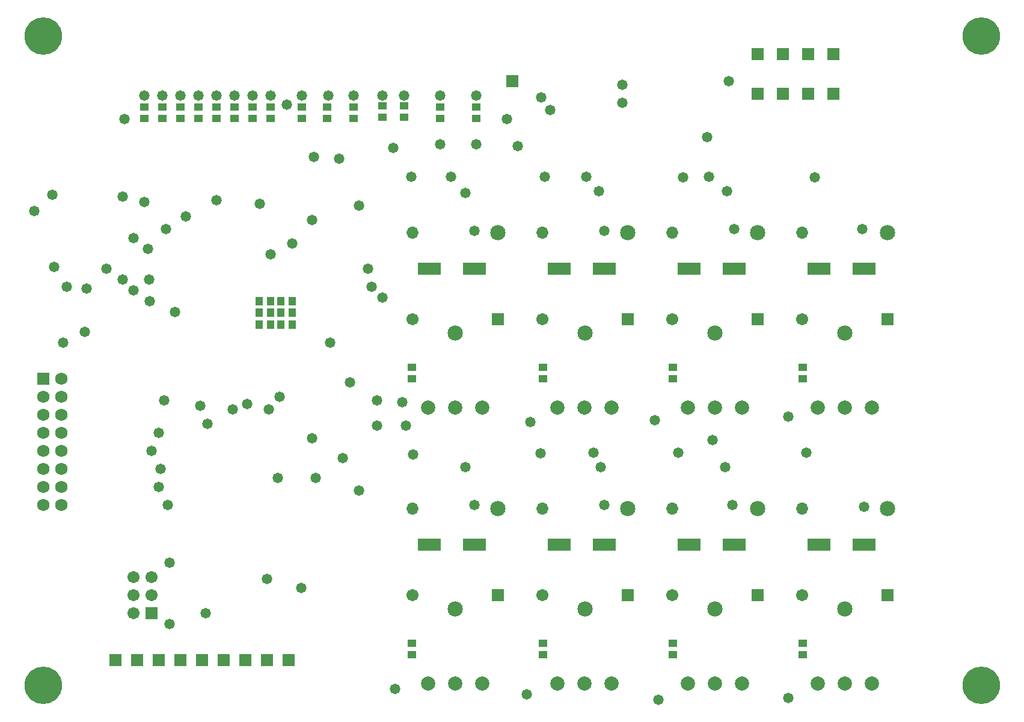
<source format=gbs>
G04*
G04 #@! TF.GenerationSoftware,Altium Limited,Altium Designer,22.3.1 (43)*
G04*
G04 Layer_Color=16711935*
%FSLAX25Y25*%
%MOIN*%
G70*
G04*
G04 #@! TF.SameCoordinates,DE08D283-0CB9-458E-8042-9F6044BD937B*
G04*
G04*
G04 #@! TF.FilePolarity,Negative*
G04*
G01*
G75*
%ADD24R,0.04540X0.03950*%
%ADD25R,0.03950X0.04540*%
%ADD32C,0.08477*%
%ADD33C,0.06706*%
%ADD34R,0.06706X0.06706*%
%ADD35O,0.06706X0.06706*%
%ADD36C,0.07887*%
%ADD37C,0.06800*%
%ADD38R,0.06800X0.06800*%
%ADD39C,0.20800*%
%ADD40R,0.06706X0.06706*%
%ADD41C,0.05800*%
%ADD64R,0.12800X0.06800*%
D24*
X260000Y334350D02*
D03*
Y340650D02*
D03*
X240000Y334350D02*
D03*
Y340650D02*
D03*
X208000Y341150D02*
D03*
Y334850D02*
D03*
X220000Y341150D02*
D03*
Y334850D02*
D03*
X163500Y340650D02*
D03*
Y334350D02*
D03*
X177500Y340650D02*
D03*
Y334350D02*
D03*
X192000Y340650D02*
D03*
Y334350D02*
D03*
X116000Y340650D02*
D03*
Y334350D02*
D03*
X86000Y340650D02*
D03*
Y334350D02*
D03*
X76000Y340650D02*
D03*
Y334350D02*
D03*
X96000Y340650D02*
D03*
Y334350D02*
D03*
X106000Y340650D02*
D03*
Y334350D02*
D03*
X126000Y340650D02*
D03*
Y334350D02*
D03*
X136000Y340650D02*
D03*
Y334350D02*
D03*
X146000Y340650D02*
D03*
Y334350D02*
D03*
X224500Y196150D02*
D03*
Y189850D02*
D03*
X297000Y196150D02*
D03*
Y189850D02*
D03*
X369000Y196150D02*
D03*
Y189850D02*
D03*
X441000Y196150D02*
D03*
Y189850D02*
D03*
X369000Y43150D02*
D03*
Y36850D02*
D03*
X224500Y43150D02*
D03*
Y36850D02*
D03*
X297000Y43150D02*
D03*
Y36850D02*
D03*
X441000Y43150D02*
D03*
Y36850D02*
D03*
D25*
X146150Y220000D02*
D03*
X139850D02*
D03*
X151850Y226500D02*
D03*
X158150D02*
D03*
X146150D02*
D03*
X139850D02*
D03*
X151850Y220000D02*
D03*
X158150D02*
D03*
X146150Y233000D02*
D03*
X139850D02*
D03*
X151850D02*
D03*
X158150D02*
D03*
D32*
X248378Y215126D02*
D03*
X272000Y271031D02*
D03*
X344000D02*
D03*
X320378Y215126D02*
D03*
X392378D02*
D03*
X416000Y271031D02*
D03*
X488000D02*
D03*
X464378Y215126D02*
D03*
X248378Y62126D02*
D03*
X272000Y118032D02*
D03*
X344000D02*
D03*
X320378Y62126D02*
D03*
X392378D02*
D03*
X416000Y118032D02*
D03*
X488000D02*
D03*
X464378Y62126D02*
D03*
D33*
X224756Y223000D02*
D03*
X296756D02*
D03*
X368756D02*
D03*
X440756D02*
D03*
X224756Y70000D02*
D03*
X296756D02*
D03*
X368756D02*
D03*
X440756D02*
D03*
X70000Y80000D02*
D03*
X80000D02*
D03*
X70000Y70000D02*
D03*
X80000D02*
D03*
X70000Y60000D02*
D03*
D34*
X272000Y223000D02*
D03*
X344000D02*
D03*
X416000D02*
D03*
X488000D02*
D03*
X272000Y70000D02*
D03*
X344000D02*
D03*
X416000D02*
D03*
X488000D02*
D03*
X80000Y60000D02*
D03*
D35*
X224756Y271031D02*
D03*
X296756D02*
D03*
X368756D02*
D03*
X440756D02*
D03*
X224756Y118032D02*
D03*
X296756D02*
D03*
X368756D02*
D03*
X440756D02*
D03*
D36*
X263500Y21000D02*
D03*
X248500D02*
D03*
X233500D02*
D03*
X263500Y174000D02*
D03*
X248500D02*
D03*
X233500D02*
D03*
X335000Y21000D02*
D03*
X320000D02*
D03*
X305000D02*
D03*
X335000Y174000D02*
D03*
X320000D02*
D03*
X305000D02*
D03*
X407500Y21000D02*
D03*
X392500D02*
D03*
X377500D02*
D03*
X407500Y174000D02*
D03*
X392500D02*
D03*
X377500D02*
D03*
X479500Y21000D02*
D03*
X464500D02*
D03*
X449500D02*
D03*
X479500Y174000D02*
D03*
X464500D02*
D03*
X449500D02*
D03*
D37*
X30000Y120000D02*
D03*
Y130000D02*
D03*
Y140000D02*
D03*
Y150000D02*
D03*
Y160000D02*
D03*
Y170000D02*
D03*
Y180000D02*
D03*
X20000Y120000D02*
D03*
Y130000D02*
D03*
Y140000D02*
D03*
Y150000D02*
D03*
Y160000D02*
D03*
Y170000D02*
D03*
X30000Y190000D02*
D03*
X20000Y180000D02*
D03*
D38*
Y190000D02*
D03*
D39*
X540000Y20000D02*
D03*
Y380000D02*
D03*
X20000D02*
D03*
Y20000D02*
D03*
D40*
X430000Y370000D02*
D03*
X416000D02*
D03*
X458000D02*
D03*
X444000D02*
D03*
X430000Y348000D02*
D03*
X416000D02*
D03*
X458000D02*
D03*
X444000D02*
D03*
X72000Y34000D02*
D03*
X60000D02*
D03*
X280000Y355000D02*
D03*
X84000Y34000D02*
D03*
X96000D02*
D03*
X120000D02*
D03*
X108000D02*
D03*
X144000D02*
D03*
X132000D02*
D03*
X156000D02*
D03*
D41*
X205000Y178000D02*
D03*
X433000Y13000D02*
D03*
X361000Y12000D02*
D03*
X288000Y15000D02*
D03*
X215000Y18000D02*
D03*
X433000Y169000D02*
D03*
X359000Y167000D02*
D03*
X290000Y166000D02*
D03*
X219000Y177000D02*
D03*
X25000Y292000D02*
D03*
X90000Y54000D02*
D03*
Y88000D02*
D03*
X107000Y175000D02*
D03*
X87000Y178000D02*
D03*
X43000Y216000D02*
D03*
X44000Y240000D02*
D03*
X31000Y210000D02*
D03*
X33000Y241000D02*
D03*
X15000Y283000D02*
D03*
X140000Y287000D02*
D03*
X296000Y346000D02*
D03*
X301000Y339000D02*
D03*
X214000Y318000D02*
D03*
X283000Y319000D02*
D03*
X145000Y173000D02*
D03*
X170000Y313000D02*
D03*
X190000Y188000D02*
D03*
X150000Y135000D02*
D03*
X171000D02*
D03*
X205000Y164000D02*
D03*
X221000D02*
D03*
X325000Y149000D02*
D03*
X186000Y146000D02*
D03*
X391000Y156000D02*
D03*
X169000Y157000D02*
D03*
X151000Y180000D02*
D03*
X184000Y312000D02*
D03*
X111000Y165000D02*
D03*
X116000Y289000D02*
D03*
X125000Y173000D02*
D03*
X110000Y60000D02*
D03*
X169000Y278000D02*
D03*
X224000Y302000D02*
D03*
X200000Y251000D02*
D03*
X246000Y301760D02*
D03*
X202000Y241000D02*
D03*
X321000Y302000D02*
D03*
X208000Y235000D02*
D03*
X389000Y302000D02*
D03*
X55000Y251000D02*
D03*
X84000Y160000D02*
D03*
X64000Y245000D02*
D03*
X80000Y150000D02*
D03*
X85000Y140000D02*
D03*
X84000Y130000D02*
D03*
X89000Y120000D02*
D03*
X163000Y74000D02*
D03*
X133000Y176000D02*
D03*
X144000Y79000D02*
D03*
X76000Y288000D02*
D03*
X93000Y227000D02*
D03*
X99000Y280000D02*
D03*
X88000Y273000D02*
D03*
X79000Y233000D02*
D03*
X70000Y268000D02*
D03*
Y239000D02*
D03*
X78586Y245000D02*
D03*
X78000Y262000D02*
D03*
X26000Y252000D02*
D03*
X64000Y291000D02*
D03*
X443000Y149000D02*
D03*
X372000D02*
D03*
X295650Y148650D02*
D03*
X225000Y148000D02*
D03*
X388000Y324000D02*
D03*
X400000Y355000D02*
D03*
X341000Y353000D02*
D03*
Y343000D02*
D03*
X447650Y301650D02*
D03*
X374650D02*
D03*
X298000Y302000D02*
D03*
X277000Y334000D02*
D03*
X65000D02*
D03*
X155000Y342000D02*
D03*
X240000Y320000D02*
D03*
X260000D02*
D03*
Y347000D02*
D03*
X240000D02*
D03*
X220000D02*
D03*
X208000D02*
D03*
X192000D02*
D03*
X178000D02*
D03*
X163500D02*
D03*
X399000Y294000D02*
D03*
X398000Y141000D02*
D03*
X329000D02*
D03*
X254000D02*
D03*
X195000Y128000D02*
D03*
Y286000D02*
D03*
X328000Y294000D02*
D03*
X254000Y293000D02*
D03*
X158000Y265000D02*
D03*
X146000Y259000D02*
D03*
X179000Y210000D02*
D03*
X146000Y347000D02*
D03*
X136000D02*
D03*
X126000D02*
D03*
X116000D02*
D03*
X106000D02*
D03*
X96000D02*
D03*
X86000D02*
D03*
X76000D02*
D03*
X474000Y273000D02*
D03*
X403000D02*
D03*
X331000Y272000D02*
D03*
X259000D02*
D03*
Y120000D02*
D03*
X331000D02*
D03*
X402000D02*
D03*
X475000Y119000D02*
D03*
D64*
X259000Y251000D02*
D03*
X234000D02*
D03*
X306000D02*
D03*
X331000D02*
D03*
X475000D02*
D03*
X450000D02*
D03*
X378000D02*
D03*
X403000D02*
D03*
X259000Y98000D02*
D03*
X234000D02*
D03*
X306000D02*
D03*
X331000D02*
D03*
X475000D02*
D03*
X450000D02*
D03*
X378000D02*
D03*
X403000D02*
D03*
M02*

</source>
